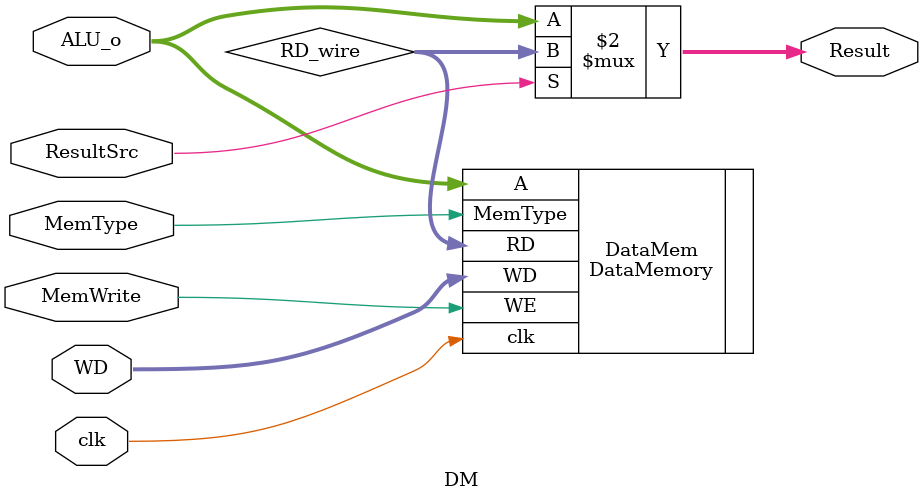
<source format=sv>
module DM #(
    parameter DATA_WIDTH = 32
)(
    input logic                   clk,
    input logic  [DATA_WIDTH-1:0] ALU_o,
    input logic  [DATA_WIDTH-1:0] WD,
    input logic                   ResultSrc,
    input logic                   MemWrite,
    input logic                   MemType,
    output logic [DATA_WIDTH-1:0] Result
);

logic [DATA_WIDTH-1:0] RD_wire;

DataMemory DataMem(
    .clk(clk),
    .WE(MemWrite),
    .A(ALU_o),
    .WD(WD),
    .RD(RD_wire),
    .MemType(MemType)
);

always_comb begin
    Result = ResultSrc ? RD_wire : ALU_o;
end

endmodule

</source>
